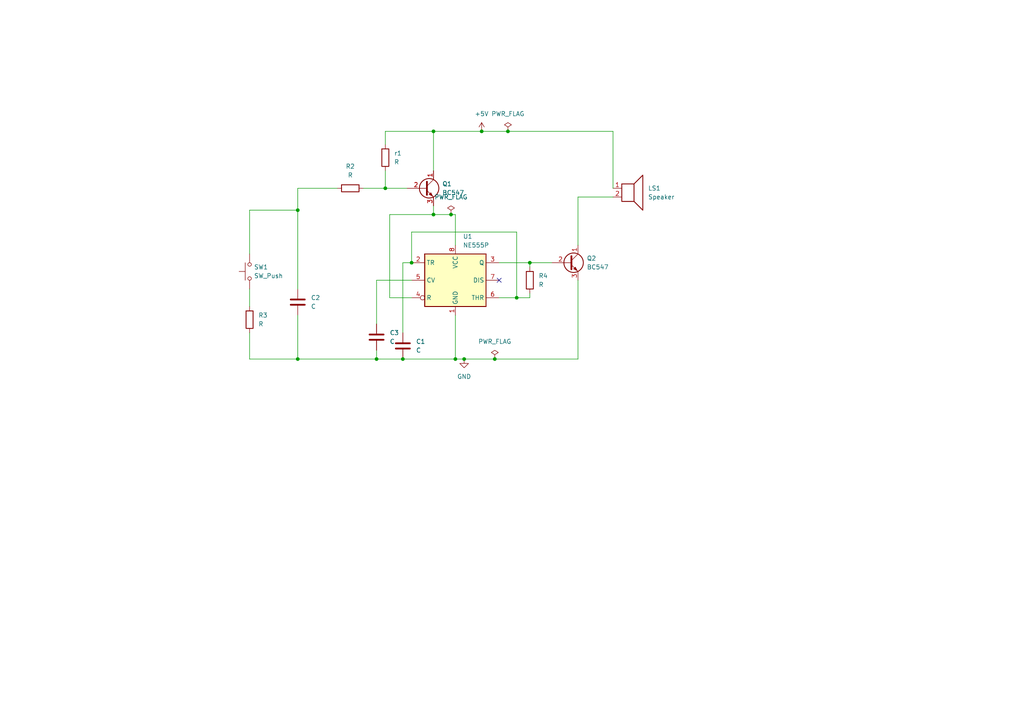
<source format=kicad_sch>
(kicad_sch (version 20231120) (generator "eeschema") (generator_version "8.0")
  (paper "A4")
  (lib_symbols
    (symbol "Device:C" (pin_numbers hide) (pin_names (offset 0.254))
      (property "Reference" "C" (at 0.635 2.54 0))
      (property "Value" "C" (at 0.635 -2.54 0))
      (symbol "C_0_1"
        (polyline (pts (xy -2.032 -0.762) (xy 2.032 -0.762)) (stroke (width 0.508)))
        (polyline (pts (xy -2.032 0.762) (xy 2.032 0.762)) (stroke (width 0.508)))
      )
      (symbol "C_1_1"
        (pin passive line (at 0 3.81 270) (length 2.794) (name "~") (number "1"))
        (pin passive line (at 0 -3.81 90) (length 2.794) (name "~") (number "2"))
      )
    )
    (symbol "Device:R" (pin_numbers hide) (pin_names (offset 0))
      (property "Reference" "R" (at 2.032 0 90))
      (property "Value" "R" (at 0 0 90))
      (symbol "R_0_1"
        (rectangle (start -1.016 -2.54) (end 1.016 2.54) (stroke (width 0.254)))
      )
      (symbol "R_1_1"
        (pin passive line (at 0 3.81 270) (length 1.27) (name "~") (number "1"))
        (pin passive line (at 0 -3.81 90) (length 1.27) (name "~") (number "2"))
      )
    )
    (symbol "Device:Speaker" (pin_names (offset 0) hide)
      (property "Reference" "LS" (at 1.27 5.715 0))
      (property "Value" "Speaker" (at 1.27 3.81 0))
      (symbol "Speaker_0_0"
        (rectangle (start -2.54 1.27) (end 1.016 -3.81) (stroke (width 0.254)))
        (polyline (pts (xy 1.016 1.27) (xy 3.556 3.81) (xy 3.556 -6.35) (xy 1.016 -3.81)) (stroke (width 0.254)))
      )
      (symbol "Speaker_1_1"
        (pin input line (at -5.08 0 0) (length 2.54) (name "1") (number "1"))
        (pin input line (at -5.08 -2.54 0) (length 2.54) (name "2") (number "2"))
      )
    )
    (symbol "Switch:SW_Push" (pin_numbers hide) (pin_names (offset 1.016) hide)
      (property "Reference" "SW" (at 1.27 2.54 0))
      (property "Value" "SW_Push" (at 0 -1.524 0))
      (symbol "SW_Push_0_1"
        (circle (center -2.032 0) (radius 0.508))
        (polyline (pts (xy 0 1.27) (xy 0 3.048)))
        (polyline (pts (xy 2.54 1.27) (xy -2.54 1.27)))
        (circle (center 2.032 0) (radius 0.508))
        (pin passive line (at -5.08 0 0) (length 2.54) (name "1") (number "1"))
        (pin passive line (at 5.08 0 180) (length 2.54) (name "2") (number "2"))
      )
    )
    (symbol "Timer:NE555P"
      (property "Reference" "U" (at -10.16 8.89 0))
      (property "Value" "NE555P" (at 2.54 8.89 0))
      (symbol "NE555P_0_0"
        (pin power_in line (at 0 -10.16 90) (length 2.54) (name "GND") (number "1"))
        (pin power_in line (at 0 10.16 270) (length 2.54) (name "VCC") (number "8"))
      )
      (symbol "NE555P_0_1"
        (rectangle (start -8.89 -7.62) (end 8.89 7.62) (stroke (width 0.254)) (fill (type background)))
        (rectangle (start -8.89 -7.62) (end 8.89 7.62) (stroke (width 0.254)) (fill (type background)))
      )
      (symbol "NE555P_1_1"
        (pin input line (at -12.7 5.08 0) (length 3.81) (name "TR") (number "2"))
        (pin output line (at 12.7 5.08 180) (length 3.81) (name "Q") (number "3"))
        (pin input inverted (at -12.7 -5.08 0) (length 3.81) (name "R") (number "4"))
        (pin input line (at -12.7 0 0) (length 3.81) (name "CV") (number "5"))
        (pin input line (at 12.7 -5.08 180) (length 3.81) (name "THR") (number "6"))
        (pin input line (at 12.7 0 180) (length 3.81) (name "DIS") (number "7"))
      )
    )
    (symbol "Transistor_BJT:BC547" (pin_names (offset 0) hide)
      (property "Reference" "Q" (at 5.08 1.905 0))
      (property "Value" "BC547" (at 5.08 0 0))
      (symbol "BC547_0_1"
        (polyline (pts (xy 0 0) (xy 0.635 0)))
        (polyline (pts (xy 0.635 0.635) (xy 2.54 2.54)))
        (polyline (pts (xy 0.635 -0.635) (xy 2.54 -2.54) (xy 2.54 -2.54)))
        (polyline (pts (xy 0.635 1.905) (xy 0.635 -1.905) (xy 0.635 -1.905)) (stroke (width 0.508)))
        (polyline (pts (xy 1.27 -1.778) (xy 1.778 -1.27) (xy 2.286 -2.286) (xy 1.27 -1.778) (xy 1.27 -1.778)) (fill (type outline)))
        (circle (center 1.27 0) (radius 2.8194) (stroke (width 0.254)))
      )
      (symbol "BC547_1_1"
        (pin passive line (at 2.54 5.08 270) (length 2.54) (name "C") (number "1"))
        (pin input line (at -5.08 0 0) (length 5.08) (name "B") (number "2"))
        (pin passive line (at 2.54 -5.08 90) (length 2.54) (name "E") (number "3"))
      )
    )
    (symbol "power:+5V" (power) (pin_numbers hide) (pin_names (offset 0) hide)
      (property "Value" "+5V" (at 0 3.556 0))
      (symbol "+5V_0_1"
        (polyline (pts (xy -0.762 1.27) (xy 0 2.54)))
        (polyline (pts (xy 0 0) (xy 0 2.54)))
        (polyline (pts (xy 0 2.54) (xy 0.762 1.27)))
      )
      (symbol "+5V_1_1"
        (pin power_in line (at 0 0 90) (length 0) (name "~") (number "1"))
      )
    )
    (symbol "power:GND" (power) (pin_numbers hide) (pin_names (offset 0) hide)
      (property "Value" "GND" (at 0 -3.81 0))
      (symbol "GND_0_1"
        (polyline (pts (xy 0 0) (xy 0 -1.27) (xy 1.27 -1.27) (xy 0 -2.54) (xy -1.27 -1.27) (xy 0 -1.27)))
      )
      (symbol "GND_1_1"
        (pin power_in line (at 0 0 270) (length 0) (name "~") (number "1"))
      )
    )
    (symbol "power:PWR_FLAG" (power) (pin_numbers hide) (pin_names (offset 0) hide)
      (property "Value" "PWR_FLAG" (at 0 3.81 0))
      (symbol "PWR_FLAG_0_0"
        (pin power_out line (at 0 0 90) (length 0) (name "~") (number "1"))
      )
      (symbol "PWR_FLAG_0_1"
        (polyline (pts (xy 0 0) (xy 0 1.27) (xy -1.016 1.905) (xy 0 2.54) (xy 1.016 1.905) (xy 0 1.27)))
      )
    )
  )
  (junction (at 125.73 62.23))
  (junction (at 125.73 38.1))
  (junction (at 130.81 62.23))
  (junction (at 86.36 104.14))
  (junction (at 149.86 86.36))
  (junction (at 153.67 76.2))
  (junction (at 132.08 104.14))
  (junction (at 109.22 104.14))
  (junction (at 86.36 60.96))
  (junction (at 143.51 104.14))
  (junction (at 139.7 38.1))
  (junction (at 116.84 104.14))
  (junction (at 119.38 76.2))
  (junction (at 147.32 38.1))
  (junction (at 134.62 104.14))
  (junction (at 111.76 54.61))
  (no_connect (at 144.78 81.28))
  (wire (pts (xy 72.39 83.82) (xy 72.39 88.9)))
  (wire (pts (xy 118.11 54.61) (xy 111.76 54.61)))
  (wire (pts (xy 72.39 60.96) (xy 86.36 60.96)))
  (wire (pts (xy 97.79 54.61) (xy 86.36 54.61)))
  (wire (pts (xy 111.76 38.1) (xy 111.76 41.91)))
  (wire (pts (xy 132.08 62.23) (xy 132.08 71.12)))
  (wire (pts (xy 109.22 104.14) (xy 116.84 104.14)))
  (wire (pts (xy 119.38 86.36) (xy 113.03 86.36)))
  (wire (pts (xy 119.38 76.2) (xy 119.38 67.31)))
  (wire (pts (xy 167.64 57.15) (xy 177.8 57.15)))
  (wire (pts (xy 86.36 91.44) (xy 86.36 104.14)))
  (wire (pts (xy 149.86 86.36) (xy 144.78 86.36)))
  (wire (pts (xy 147.32 38.1) (xy 139.7 38.1)))
  (wire (pts (xy 109.22 101.6) (xy 109.22 104.14)))
  (wire (pts (xy 132.08 104.14) (xy 116.84 104.14)))
  (wire (pts (xy 139.7 38.1) (xy 125.73 38.1)))
  (wire (pts (xy 153.67 86.36) (xy 149.86 86.36)))
  (wire (pts (xy 113.03 62.23) (xy 125.73 62.23)))
  (wire (pts (xy 109.22 93.98) (xy 109.22 81.28)))
  (wire (pts (xy 86.36 104.14) (xy 109.22 104.14)))
  (wire (pts (xy 177.8 38.1) (xy 147.32 38.1)))
  (wire (pts (xy 134.62 104.14) (xy 132.08 104.14)))
  (wire (pts (xy 144.78 76.2) (xy 153.67 76.2)))
  (wire (pts (xy 86.36 54.61) (xy 86.36 60.96)))
  (wire (pts (xy 167.64 81.28) (xy 167.64 104.14)))
  (wire (pts (xy 130.81 62.23) (xy 132.08 62.23)))
  (wire (pts (xy 111.76 49.53) (xy 111.76 54.61)))
  (wire (pts (xy 125.73 49.53) (xy 125.73 38.1)))
  (wire (pts (xy 86.36 60.96) (xy 86.36 83.82)))
  (wire (pts (xy 119.38 67.31) (xy 149.86 67.31)))
  (wire (pts (xy 177.8 54.61) (xy 177.8 38.1)))
  (wire (pts (xy 167.64 71.12) (xy 167.64 57.15)))
  (wire (pts (xy 72.39 96.52) (xy 72.39 104.14)))
  (wire (pts (xy 111.76 54.61) (xy 105.41 54.61)))
  (wire (pts (xy 109.22 81.28) (xy 119.38 81.28)))
  (wire (pts (xy 149.86 67.31) (xy 149.86 86.36)))
  (wire (pts (xy 167.64 104.14) (xy 143.51 104.14)))
  (wire (pts (xy 143.51 104.14) (xy 134.62 104.14)))
  (wire (pts (xy 153.67 85.09) (xy 153.67 86.36)))
  (wire (pts (xy 125.73 38.1) (xy 111.76 38.1)))
  (wire (pts (xy 153.67 76.2) (xy 153.67 77.47)))
  (wire (pts (xy 153.67 76.2) (xy 160.02 76.2)))
  (wire (pts (xy 72.39 104.14) (xy 86.36 104.14)))
  (wire (pts (xy 116.84 76.2) (xy 119.38 76.2)))
  (wire (pts (xy 125.73 62.23) (xy 130.81 62.23)))
  (wire (pts (xy 72.39 73.66) (xy 72.39 60.96)))
  (wire (pts (xy 132.08 91.44) (xy 132.08 104.14)))
  (wire (pts (xy 125.73 59.69) (xy 125.73 62.23)))
  (wire (pts (xy 113.03 86.36) (xy 113.03 62.23)))
  (wire (pts (xy 116.84 96.52) (xy 116.84 76.2)))
  (symbol (lib_id "power:PWR_FLAG") (at 143.51 104.14 0) (unit 1)
    (property "Reference" "#FLG02" (effects (hide yes)))
    (property "Value" "PWR_FLAG" (at 143.51 99.06 0))
    (property "Description" "Special symbol for telling ERC where power comes from" (effects (hide yes)))
  )
  (symbol (lib_id "Device:R") (at 111.76 45.72 0) (unit 1)
    (property "Reference" "r1" (at 114.3 44.4499 0) (effects (justify left)))
    (property "Value" "R" (at 114.3 46.9899 0) (effects (justify left)))
    (property "Footprint" "Resistor_THT:R_Axial_DIN0204_L3.6mm_D1.6mm_P1.90mm_Vertical" (effects (hide yes)))
    (property "Description" "Resistor" (effects (hide yes)))
  )
  (symbol (lib_id "power:GND") (at 134.62 104.14 0) (unit 1)
    (property "Reference" "#PWR02" (effects (hide yes)))
    (property "Value" "GND" (at 134.62 109.22 0))
    (property "Description" "Power symbol creates a global label with name \"GND\" , ground" (effects (hide yes)))
  )
  (symbol (lib_id "Transistor_BJT:BC547") (at 165.1 76.2 0) (unit 1)
    (property "Reference" "Q2" (at 170.18 74.9299 0) (effects (justify left)))
    (property "Value" "BC547" (at 170.18 77.4699 0) (effects (justify left)))
    (property "Footprint" "Package_TO_SOT_THT:TO-92_Inline" (effects (hide yes)))
    (property "Datasheet" "https://www.onsemi.com/pub/Collateral/BC550-D.pdf" (effects (hide yes)))
    (property "Description" "0.1A Ic, 45V Vce, Small Signal NPN Transistor, TO-92" (effects (hide yes)))
  )
  (symbol (lib_id "Device:R") (at 101.6 54.61 90) (unit 1)
    (property "Reference" "R2" (at 101.6 48.26 90))
    (property "Value" "R" (at 101.6 50.8 90))
    (property "Footprint" "Resistor_THT:R_Axial_DIN0204_L3.6mm_D1.6mm_P1.90mm_Vertical" (effects (hide yes)))
    (property "Description" "Resistor" (effects (hide yes)))
  )
  (symbol (lib_id "Device:C") (at 116.84 100.33 0) (unit 1)
    (property "Reference" "C1" (at 120.65 99.0599 0) (effects (justify left)))
    (property "Value" "C" (at 120.65 101.5999 0) (effects (justify left)))
    (property "Footprint" "Capacitor_THT:C_Axial_L3.8mm_D2.6mm_P7.50mm_Horizontal" (effects (hide yes)))
    (property "Description" "Unpolarized capacitor" (effects (hide yes)))
  )
  (symbol (lib_id "Device:R") (at 72.39 92.71 180) (unit 1)
    (property "Reference" "R3" (at 74.93 91.4399 0) (effects (justify right)))
    (property "Value" "R" (at 74.93 93.9799 0) (effects (justify right)))
    (property "Footprint" "Resistor_THT:R_Axial_DIN0204_L3.6mm_D1.6mm_P1.90mm_Vertical" (effects (hide yes)))
    (property "Description" "Resistor" (effects (hide yes)))
  )
  (symbol (lib_id "power:PWR_FLAG") (at 147.32 38.1 0) (unit 1)
    (property "Reference" "#FLG01" (effects (hide yes)))
    (property "Value" "PWR_FLAG" (at 147.32 33.02 0))
    (property "Description" "Special symbol for telling ERC where power comes from" (effects (hide yes)))
  )
  (symbol (lib_id "Timer:NE555P") (at 132.08 81.28 0) (unit 1)
    (property "Reference" "U1" (at 134.2741 68.58 0) (effects (justify left)))
    (property "Value" "NE555P" (at 134.2741 71.12 0) (effects (justify left)))
    (property "Footprint" "Package_DIP:DIP-8_W7.62mm" (effects (hide yes)))
    (property "Datasheet" "http://www.ti.com/lit/ds/symlink/ne555.pdf" (effects (hide yes)))
    (property "Description" "Precision Timers, 555 compatible,  PDIP-8" (effects (hide yes)))
  )
  (symbol (lib_id "power:+5V") (at 139.7 38.1 0) (unit 1)
    (property "Reference" "#PWR01" (effects (hide yes)))
    (property "Value" "+5V" (at 139.7 33.02 0))
    (property "Description" "Power symbol creates a global label with name \"+5V\"" (effects (hide yes)))
  )
  (symbol (lib_id "Switch:SW_Push") (at 72.39 78.74 90) (unit 1)
    (property "Reference" "SW1" (at 73.66 77.4699 90) (effects (justify right)))
    (property "Value" "SW_Push" (at 73.66 80.0099 90) (effects (justify right)))
    (property "Footprint" "Button_Switch_THT:SW_PUSH-12mm_Wuerth-430476085716" (effects (hide yes)))
    (property "Description" "Push button switch, generic, two pins" (effects (hide yes)))
  )
  (symbol (lib_id "Device:Speaker") (at 182.88 54.61 0) (unit 1)
    (property "Reference" "LS1" (at 187.96 54.6099 0) (effects (justify left)))
    (property "Value" "Speaker" (at 187.96 57.1499 0) (effects (justify left)))
    (property "Footprint" "Buzzer_Beeper:Speaker_CUI_CMR-1206S-67" (effects (hide yes)))
    (property "Description" "Speaker" (effects (hide yes)))
  )
  (symbol (lib_id "Device:C") (at 86.36 87.63 0) (unit 1)
    (property "Reference" "C2" (at 90.17 86.3599 0) (effects (justify left)))
    (property "Value" "C" (at 90.17 88.8999 0) (effects (justify left)))
    (property "Footprint" "Capacitor_THT:C_Axial_L3.8mm_D2.6mm_P7.50mm_Horizontal" (effects (hide yes)))
    (property "Description" "Unpolarized capacitor" (effects (hide yes)))
  )
  (symbol (lib_id "power:PWR_FLAG") (at 130.81 62.23 0) (unit 1)
    (property "Reference" "#FLG03" (effects (hide yes)))
    (property "Value" "PWR_FLAG" (at 130.81 57.15 0))
    (property "Description" "Special symbol for telling ERC where power comes from" (effects (hide yes)))
  )
  (symbol (lib_id "Transistor_BJT:BC547") (at 123.19 54.61 0) (unit 1)
    (property "Reference" "Q1" (at 128.27 53.3399 0) (effects (justify left)))
    (property "Value" "BC547" (at 128.27 55.8799 0) (effects (justify left)))
    (property "Footprint" "Package_TO_SOT_THT:TO-92_Inline" (effects (hide yes)))
    (property "Datasheet" "https://www.onsemi.com/pub/Collateral/BC550-D.pdf" (effects (hide yes)))
    (property "Description" "0.1A Ic, 45V Vce, Small Signal NPN Transistor, TO-92" (effects (hide yes)))
  )
  (symbol (lib_id "Device:C") (at 109.22 97.79 0) (unit 1)
    (property "Reference" "C3" (at 113.03 96.5199 0) (effects (justify left)))
    (property "Value" "C" (at 113.03 99.0599 0) (effects (justify left)))
    (property "Footprint" "Capacitor_THT:C_Axial_L3.8mm_D2.6mm_P7.50mm_Horizontal" (effects (hide yes)))
    (property "Description" "Unpolarized capacitor" (effects (hide yes)))
  )
  (symbol (lib_id "Device:R") (at 153.67 81.28 0) (unit 1)
    (property "Reference" "R4" (at 156.21 80.0099 0) (effects (justify left)))
    (property "Value" "R" (at 156.21 82.5499 0) (effects (justify left)))
    (property "Footprint" "Resistor_THT:R_Axial_DIN0204_L3.6mm_D1.6mm_P1.90mm_Vertical" (effects (hide yes)))
    (property "Description" "Resistor" (effects (hide yes)))
  )
)
</source>
